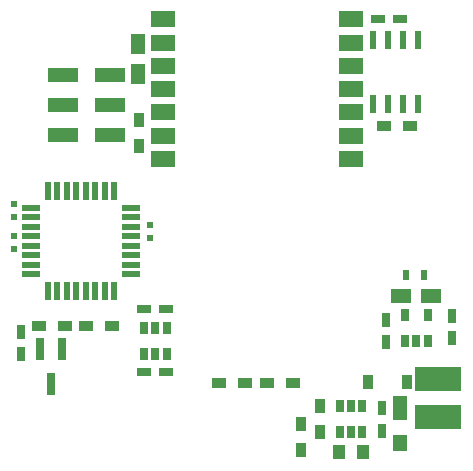
<source format=gtp>
G04 #@! TF.GenerationSoftware,KiCad,Pcbnew,no-vcs-found-d4e41c4~58~ubuntu16.04.1*
G04 #@! TF.CreationDate,2017-05-10T09:39:16+03:00*
G04 #@! TF.ProjectId,livolo_1_channel_1way_eu_switch,6C69766F6C6F5F315F6368616E6E656C,rev?*
G04 #@! TF.FileFunction,Paste,Top*
G04 #@! TF.FilePolarity,Positive*
%FSLAX46Y46*%
G04 Gerber Fmt 4.6, Leading zero omitted, Abs format (unit mm)*
G04 Created by KiCad (PCBNEW no-vcs-found-d4e41c4~58~ubuntu16.04.1) date Wed May 10 09:39:16 2017*
%MOMM*%
%LPD*%
G01*
G04 APERTURE LIST*
%ADD10C,0.100000*%
%ADD11R,1.200000X0.900000*%
%ADD12R,1.000000X1.250000*%
%ADD13R,4.000000X2.000000*%
%ADD14R,1.200000X2.000000*%
%ADD15R,1.200000X1.400000*%
%ADD16R,0.900000X1.200000*%
%ADD17R,0.650000X1.060000*%
%ADD18R,2.500000X1.270000*%
%ADD19R,1.750000X1.260000*%
%ADD20R,1.200000X0.750000*%
%ADD21R,0.500000X0.600000*%
%ADD22R,0.750000X1.200000*%
%ADD23R,0.550000X1.600000*%
%ADD24R,1.600000X0.550000*%
%ADD25R,1.998980X1.399540*%
%ADD26R,0.600000X1.550000*%
%ADD27R,0.800000X1.900000*%
%ADD28R,0.500000X0.900000*%
%ADD29R,1.260000X1.750000*%
G04 APERTURE END LIST*
D10*
D11*
X130200000Y-98600000D03*
X128000000Y-98600000D03*
D12*
X149400000Y-109300000D03*
X151400000Y-109300000D03*
D13*
X157800000Y-103050000D03*
X157800000Y-106300000D03*
D14*
X154600000Y-105500000D03*
D15*
X154600000Y-108500000D03*
D16*
X146200000Y-109100000D03*
X146200000Y-106900000D03*
D17*
X150400000Y-107600000D03*
X151350000Y-107600000D03*
X149450000Y-107600000D03*
X149450000Y-105400000D03*
X150400000Y-105400000D03*
X151350000Y-105400000D03*
D18*
X126050000Y-82440000D03*
X126050000Y-79900000D03*
X126050000Y-77360000D03*
X130050000Y-77360000D03*
X130050000Y-79900000D03*
X130050000Y-82400000D03*
D19*
X154675000Y-96092000D03*
X157225000Y-96092000D03*
D11*
X124034000Y-98588000D03*
X126234000Y-98588000D03*
D20*
X152675000Y-72600000D03*
X154575000Y-72600000D03*
D21*
X121900000Y-92050000D03*
X121900000Y-90950000D03*
X121900000Y-88250000D03*
X121900000Y-89350000D03*
X133400000Y-90050000D03*
X133400000Y-91150000D03*
D22*
X153400000Y-99950000D03*
X153400000Y-98050000D03*
X159000000Y-99650000D03*
X159000000Y-97750000D03*
X153000000Y-107450000D03*
X153000000Y-105550000D03*
D20*
X134750000Y-102500000D03*
X132850000Y-102500000D03*
X132850000Y-97200000D03*
X134750000Y-97200000D03*
D16*
X155150000Y-103300000D03*
X151850000Y-103300000D03*
D23*
X130350000Y-95650000D03*
X129550000Y-95650000D03*
X128750000Y-95650000D03*
X127950000Y-95650000D03*
X127150000Y-95650000D03*
X126350000Y-95650000D03*
X125550000Y-95650000D03*
X124750000Y-95650000D03*
D24*
X123300000Y-94200000D03*
X123300000Y-93400000D03*
X123300000Y-92600000D03*
X123300000Y-91800000D03*
X123300000Y-91000000D03*
X123300000Y-90200000D03*
X123300000Y-89400000D03*
X123300000Y-88600000D03*
D23*
X124750000Y-87150000D03*
X125550000Y-87150000D03*
X126350000Y-87150000D03*
X127150000Y-87150000D03*
X127950000Y-87150000D03*
X128750000Y-87150000D03*
X129550000Y-87150000D03*
X130350000Y-87150000D03*
D24*
X131800000Y-88600000D03*
X131800000Y-89400000D03*
X131800000Y-90200000D03*
X131800000Y-91000000D03*
X131800000Y-91800000D03*
X131800000Y-92600000D03*
X131800000Y-93400000D03*
X131800000Y-94200000D03*
D16*
X147800000Y-107600000D03*
X147800000Y-105400000D03*
X132500000Y-81200000D03*
X132500000Y-83400000D03*
D11*
X141400000Y-103400000D03*
X139200000Y-103400000D03*
X143300000Y-103400000D03*
X145500000Y-103400000D03*
D17*
X155000000Y-97650000D03*
X156900000Y-97650000D03*
X156900000Y-99850000D03*
X155950000Y-99850000D03*
X155000000Y-99850000D03*
X133850000Y-98750000D03*
X132900000Y-98750000D03*
X134800000Y-98750000D03*
X134800000Y-100950000D03*
X133850000Y-100950000D03*
X132900000Y-100950000D03*
D25*
X134499800Y-72598780D03*
X134471860Y-74600300D03*
X134471860Y-76599280D03*
X134471860Y-78550000D03*
X134471860Y-80500720D03*
X134471860Y-82499700D03*
X134471860Y-84501220D03*
X150372260Y-84501220D03*
X150372260Y-82499700D03*
X150372260Y-80500720D03*
X150372260Y-78550000D03*
X150372260Y-76599280D03*
X150372260Y-74600300D03*
X150372260Y-72598780D03*
D22*
X122500000Y-99100000D03*
X122500000Y-101000000D03*
D11*
X153200000Y-81700000D03*
X155400000Y-81700000D03*
D26*
X152300000Y-74400000D03*
X153570000Y-74400000D03*
X154840000Y-74400000D03*
X156110000Y-74400000D03*
X156110000Y-79800000D03*
X154840000Y-79800000D03*
X153570000Y-79800000D03*
X152300000Y-79800000D03*
D27*
X125000000Y-103550000D03*
X124050000Y-100550000D03*
X125950000Y-100550000D03*
D28*
X156600000Y-94300000D03*
X155100000Y-94300000D03*
D29*
X132400000Y-77275000D03*
X132400000Y-74725000D03*
M02*

</source>
